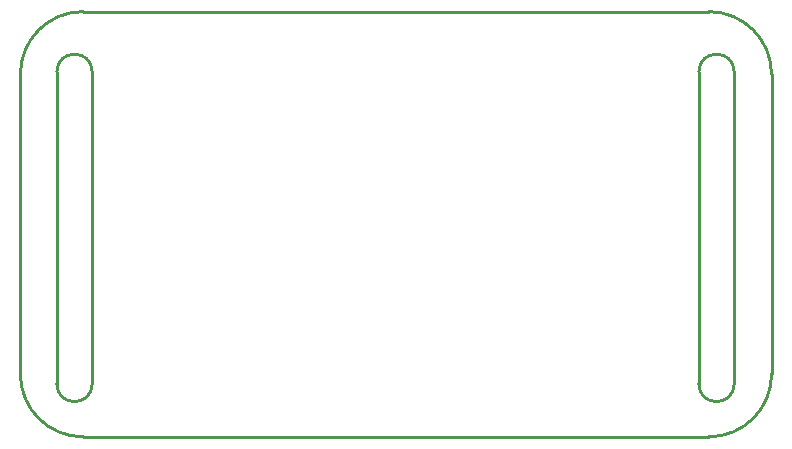
<source format=gko>
G04 Layer: BoardOutlineLayer*
G04 EasyEDA v6.5.22, 2022-11-24 10:27:38*
G04 c2ffbf048bd549cebe30352b3eb0f613,ed70181f279245e6aff80281ee7dc86a,10*
G04 Gerber Generator version 0.2*
G04 Scale: 100 percent, Rotated: No, Reflected: No *
G04 Dimensions in millimeters *
G04 leading zeros omitted , absolute positions ,4 integer and 5 decimal *
%FSLAX45Y45*%
%MOMM*%

%ADD10C,0.2540*%
D10*
X1229997Y6199987D02*
G01*
X6529986Y6199987D01*
X6529986Y2599994D02*
G01*
X1229997Y2599994D01*
X699998Y3129993D02*
G01*
X699998Y5669988D01*
X7059985Y5669988D02*
G01*
X7059985Y3129993D01*
G75*
G01*
X6529987Y6199988D02*
G02*
X7059986Y5669989I0J-529999D01*
G75*
G01*
X7059986Y3129994D02*
G02*
X6529987Y2599995I-529999J0D01*
G75*
G01*
X1229998Y2599995D02*
G02*
X699999Y3129994I0J529999D01*
G75*
G01*
X699999Y5669989D02*
G02*
X1229998Y6199988I529999J0D01*
X1308100Y5689600D02*
G01*
X1308100Y3048000D01*
G75*
G01*
X1308100Y3048000D02*
G02*
X1008101Y3048000I-150000J0D01*
X1008100Y3048000D02*
G01*
X1008100Y5689600D01*
G75*
G01*
X1008101Y5689600D02*
G02*
X1308100Y5689600I149999J0D01*
X1308100Y5689600D02*
G01*
X1308100Y5689600D01*
X6743700Y5689600D02*
G01*
X6743700Y3048000D01*
G75*
G01*
X6743700Y3048000D02*
G02*
X6443701Y3048000I-150000J0D01*
X6443700Y3048000D02*
G01*
X6443700Y5689600D01*
G75*
G01*
X6443701Y5689600D02*
G02*
X6743700Y5689600I149999J0D01*
X6743700Y5689600D02*
G01*
X6743700Y5689600D01*

%LPD*%
M02*

</source>
